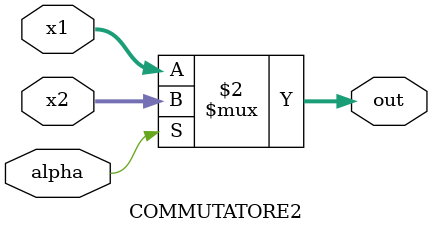
<source format=v>
/*
* Commutatore da N bit a due vie con 2tp di ritardo
*/
module COMMUTATORE2 (output [N-1:0]out, input [N-1:0]x1, input [N-1:0]x2, input alpha);
  parameter N=32;
  
  assign #2 out = ((~alpha) ? x1 : x2);

endmodule

</source>
